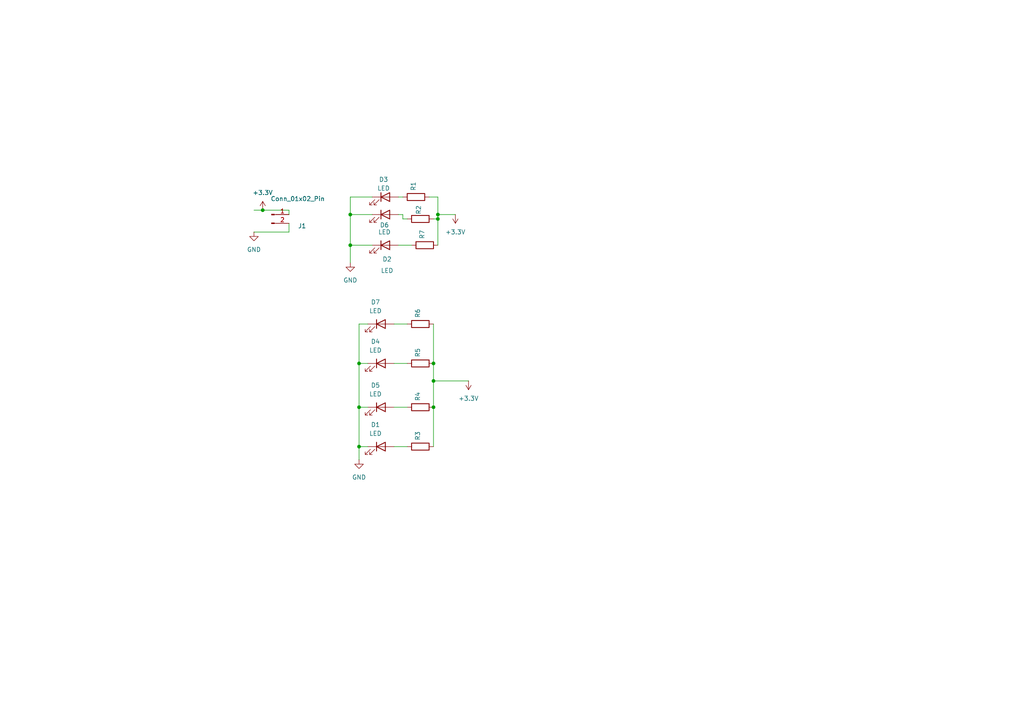
<source format=kicad_sch>
(kicad_sch
	(version 20250114)
	(generator "eeschema")
	(generator_version "9.0")
	(uuid "4087455a-2197-4301-9179-82e586d89a6b")
	(paper "A4")
	(lib_symbols
		(symbol "Connector:Conn_01x02_Pin"
			(pin_names
				(offset 1.016)
				(hide yes)
			)
			(exclude_from_sim no)
			(in_bom yes)
			(on_board yes)
			(property "Reference" "J"
				(at 0 2.54 0)
				(effects
					(font
						(size 1.27 1.27)
					)
				)
			)
			(property "Value" "Conn_01x02_Pin"
				(at 0 -5.08 0)
				(effects
					(font
						(size 1.27 1.27)
					)
				)
			)
			(property "Footprint" ""
				(at 0 0 0)
				(effects
					(font
						(size 1.27 1.27)
					)
					(hide yes)
				)
			)
			(property "Datasheet" "~"
				(at 0 0 0)
				(effects
					(font
						(size 1.27 1.27)
					)
					(hide yes)
				)
			)
			(property "Description" "Generic connector, single row, 01x02, script generated"
				(at 0 0 0)
				(effects
					(font
						(size 1.27 1.27)
					)
					(hide yes)
				)
			)
			(property "ki_locked" ""
				(at 0 0 0)
				(effects
					(font
						(size 1.27 1.27)
					)
				)
			)
			(property "ki_keywords" "connector"
				(at 0 0 0)
				(effects
					(font
						(size 1.27 1.27)
					)
					(hide yes)
				)
			)
			(property "ki_fp_filters" "Connector*:*_1x??_*"
				(at 0 0 0)
				(effects
					(font
						(size 1.27 1.27)
					)
					(hide yes)
				)
			)
			(symbol "Conn_01x02_Pin_1_1"
				(rectangle
					(start 0.8636 0.127)
					(end 0 -0.127)
					(stroke
						(width 0.1524)
						(type default)
					)
					(fill
						(type outline)
					)
				)
				(rectangle
					(start 0.8636 -2.413)
					(end 0 -2.667)
					(stroke
						(width 0.1524)
						(type default)
					)
					(fill
						(type outline)
					)
				)
				(polyline
					(pts
						(xy 1.27 0) (xy 0.8636 0)
					)
					(stroke
						(width 0.1524)
						(type default)
					)
					(fill
						(type none)
					)
				)
				(polyline
					(pts
						(xy 1.27 -2.54) (xy 0.8636 -2.54)
					)
					(stroke
						(width 0.1524)
						(type default)
					)
					(fill
						(type none)
					)
				)
				(pin passive line
					(at 5.08 0 180)
					(length 3.81)
					(name "Pin_1"
						(effects
							(font
								(size 1.27 1.27)
							)
						)
					)
					(number "1"
						(effects
							(font
								(size 1.27 1.27)
							)
						)
					)
				)
				(pin passive line
					(at 5.08 -2.54 180)
					(length 3.81)
					(name "Pin_2"
						(effects
							(font
								(size 1.27 1.27)
							)
						)
					)
					(number "2"
						(effects
							(font
								(size 1.27 1.27)
							)
						)
					)
				)
			)
			(embedded_fonts no)
		)
		(symbol "Device:LED"
			(pin_numbers
				(hide yes)
			)
			(pin_names
				(offset 1.016)
				(hide yes)
			)
			(exclude_from_sim no)
			(in_bom yes)
			(on_board yes)
			(property "Reference" "D"
				(at 0 2.54 0)
				(effects
					(font
						(size 1.27 1.27)
					)
				)
			)
			(property "Value" "LED"
				(at 0 -2.54 0)
				(effects
					(font
						(size 1.27 1.27)
					)
				)
			)
			(property "Footprint" ""
				(at 0 0 0)
				(effects
					(font
						(size 1.27 1.27)
					)
					(hide yes)
				)
			)
			(property "Datasheet" "~"
				(at 0 0 0)
				(effects
					(font
						(size 1.27 1.27)
					)
					(hide yes)
				)
			)
			(property "Description" "Light emitting diode"
				(at 0 0 0)
				(effects
					(font
						(size 1.27 1.27)
					)
					(hide yes)
				)
			)
			(property "Sim.Pins" "1=K 2=A"
				(at 0 0 0)
				(effects
					(font
						(size 1.27 1.27)
					)
					(hide yes)
				)
			)
			(property "ki_keywords" "LED diode"
				(at 0 0 0)
				(effects
					(font
						(size 1.27 1.27)
					)
					(hide yes)
				)
			)
			(property "ki_fp_filters" "LED* LED_SMD:* LED_THT:*"
				(at 0 0 0)
				(effects
					(font
						(size 1.27 1.27)
					)
					(hide yes)
				)
			)
			(symbol "LED_0_1"
				(polyline
					(pts
						(xy -3.048 -0.762) (xy -4.572 -2.286) (xy -3.81 -2.286) (xy -4.572 -2.286) (xy -4.572 -1.524)
					)
					(stroke
						(width 0)
						(type default)
					)
					(fill
						(type none)
					)
				)
				(polyline
					(pts
						(xy -1.778 -0.762) (xy -3.302 -2.286) (xy -2.54 -2.286) (xy -3.302 -2.286) (xy -3.302 -1.524)
					)
					(stroke
						(width 0)
						(type default)
					)
					(fill
						(type none)
					)
				)
				(polyline
					(pts
						(xy -1.27 0) (xy 1.27 0)
					)
					(stroke
						(width 0)
						(type default)
					)
					(fill
						(type none)
					)
				)
				(polyline
					(pts
						(xy -1.27 -1.27) (xy -1.27 1.27)
					)
					(stroke
						(width 0.254)
						(type default)
					)
					(fill
						(type none)
					)
				)
				(polyline
					(pts
						(xy 1.27 -1.27) (xy 1.27 1.27) (xy -1.27 0) (xy 1.27 -1.27)
					)
					(stroke
						(width 0.254)
						(type default)
					)
					(fill
						(type none)
					)
				)
			)
			(symbol "LED_1_1"
				(pin passive line
					(at -3.81 0 0)
					(length 2.54)
					(name "K"
						(effects
							(font
								(size 1.27 1.27)
							)
						)
					)
					(number "1"
						(effects
							(font
								(size 1.27 1.27)
							)
						)
					)
				)
				(pin passive line
					(at 3.81 0 180)
					(length 2.54)
					(name "A"
						(effects
							(font
								(size 1.27 1.27)
							)
						)
					)
					(number "2"
						(effects
							(font
								(size 1.27 1.27)
							)
						)
					)
				)
			)
			(embedded_fonts no)
		)
		(symbol "Device:R"
			(pin_numbers
				(hide yes)
			)
			(pin_names
				(offset 0)
			)
			(exclude_from_sim no)
			(in_bom yes)
			(on_board yes)
			(property "Reference" "R"
				(at 2.032 0 90)
				(effects
					(font
						(size 1.27 1.27)
					)
				)
			)
			(property "Value" "R"
				(at 0 0 90)
				(effects
					(font
						(size 1.27 1.27)
					)
				)
			)
			(property "Footprint" ""
				(at -1.778 0 90)
				(effects
					(font
						(size 1.27 1.27)
					)
					(hide yes)
				)
			)
			(property "Datasheet" "~"
				(at 0 0 0)
				(effects
					(font
						(size 1.27 1.27)
					)
					(hide yes)
				)
			)
			(property "Description" "Resistor"
				(at 0 0 0)
				(effects
					(font
						(size 1.27 1.27)
					)
					(hide yes)
				)
			)
			(property "ki_keywords" "R res resistor"
				(at 0 0 0)
				(effects
					(font
						(size 1.27 1.27)
					)
					(hide yes)
				)
			)
			(property "ki_fp_filters" "R_*"
				(at 0 0 0)
				(effects
					(font
						(size 1.27 1.27)
					)
					(hide yes)
				)
			)
			(symbol "R_0_1"
				(rectangle
					(start -1.016 -2.54)
					(end 1.016 2.54)
					(stroke
						(width 0.254)
						(type default)
					)
					(fill
						(type none)
					)
				)
			)
			(symbol "R_1_1"
				(pin passive line
					(at 0 3.81 270)
					(length 1.27)
					(name "~"
						(effects
							(font
								(size 1.27 1.27)
							)
						)
					)
					(number "1"
						(effects
							(font
								(size 1.27 1.27)
							)
						)
					)
				)
				(pin passive line
					(at 0 -3.81 90)
					(length 1.27)
					(name "~"
						(effects
							(font
								(size 1.27 1.27)
							)
						)
					)
					(number "2"
						(effects
							(font
								(size 1.27 1.27)
							)
						)
					)
				)
			)
			(embedded_fonts no)
		)
		(symbol "power:+3.3V"
			(power)
			(pin_numbers
				(hide yes)
			)
			(pin_names
				(offset 0)
				(hide yes)
			)
			(exclude_from_sim no)
			(in_bom yes)
			(on_board yes)
			(property "Reference" "#PWR"
				(at 0 -3.81 0)
				(effects
					(font
						(size 1.27 1.27)
					)
					(hide yes)
				)
			)
			(property "Value" "+3.3V"
				(at 0 3.556 0)
				(effects
					(font
						(size 1.27 1.27)
					)
				)
			)
			(property "Footprint" ""
				(at 0 0 0)
				(effects
					(font
						(size 1.27 1.27)
					)
					(hide yes)
				)
			)
			(property "Datasheet" ""
				(at 0 0 0)
				(effects
					(font
						(size 1.27 1.27)
					)
					(hide yes)
				)
			)
			(property "Description" "Power symbol creates a global label with name \"+3.3V\""
				(at 0 0 0)
				(effects
					(font
						(size 1.27 1.27)
					)
					(hide yes)
				)
			)
			(property "ki_keywords" "global power"
				(at 0 0 0)
				(effects
					(font
						(size 1.27 1.27)
					)
					(hide yes)
				)
			)
			(symbol "+3.3V_0_1"
				(polyline
					(pts
						(xy -0.762 1.27) (xy 0 2.54)
					)
					(stroke
						(width 0)
						(type default)
					)
					(fill
						(type none)
					)
				)
				(polyline
					(pts
						(xy 0 2.54) (xy 0.762 1.27)
					)
					(stroke
						(width 0)
						(type default)
					)
					(fill
						(type none)
					)
				)
				(polyline
					(pts
						(xy 0 0) (xy 0 2.54)
					)
					(stroke
						(width 0)
						(type default)
					)
					(fill
						(type none)
					)
				)
			)
			(symbol "+3.3V_1_1"
				(pin power_in line
					(at 0 0 90)
					(length 0)
					(name "~"
						(effects
							(font
								(size 1.27 1.27)
							)
						)
					)
					(number "1"
						(effects
							(font
								(size 1.27 1.27)
							)
						)
					)
				)
			)
			(embedded_fonts no)
		)
		(symbol "power:GND"
			(power)
			(pin_numbers
				(hide yes)
			)
			(pin_names
				(offset 0)
				(hide yes)
			)
			(exclude_from_sim no)
			(in_bom yes)
			(on_board yes)
			(property "Reference" "#PWR"
				(at 0 -6.35 0)
				(effects
					(font
						(size 1.27 1.27)
					)
					(hide yes)
				)
			)
			(property "Value" "GND"
				(at 0 -3.81 0)
				(effects
					(font
						(size 1.27 1.27)
					)
				)
			)
			(property "Footprint" ""
				(at 0 0 0)
				(effects
					(font
						(size 1.27 1.27)
					)
					(hide yes)
				)
			)
			(property "Datasheet" ""
				(at 0 0 0)
				(effects
					(font
						(size 1.27 1.27)
					)
					(hide yes)
				)
			)
			(property "Description" "Power symbol creates a global label with name \"GND\" , ground"
				(at 0 0 0)
				(effects
					(font
						(size 1.27 1.27)
					)
					(hide yes)
				)
			)
			(property "ki_keywords" "global power"
				(at 0 0 0)
				(effects
					(font
						(size 1.27 1.27)
					)
					(hide yes)
				)
			)
			(symbol "GND_0_1"
				(polyline
					(pts
						(xy 0 0) (xy 0 -1.27) (xy 1.27 -1.27) (xy 0 -2.54) (xy -1.27 -1.27) (xy 0 -1.27)
					)
					(stroke
						(width 0)
						(type default)
					)
					(fill
						(type none)
					)
				)
			)
			(symbol "GND_1_1"
				(pin power_in line
					(at 0 0 270)
					(length 0)
					(name "~"
						(effects
							(font
								(size 1.27 1.27)
							)
						)
					)
					(number "1"
						(effects
							(font
								(size 1.27 1.27)
							)
						)
					)
				)
			)
			(embedded_fonts no)
		)
	)
	(junction
		(at 101.6 71.12)
		(diameter 0)
		(color 0 0 0 0)
		(uuid "023e5a0f-f0d7-4c71-a67c-44f99f057f67")
	)
	(junction
		(at 125.73 105.41)
		(diameter 0)
		(color 0 0 0 0)
		(uuid "362c354e-8ae5-4099-82ef-b2d151fa1f91")
	)
	(junction
		(at 101.6 62.23)
		(diameter 0)
		(color 0 0 0 0)
		(uuid "56692ff0-506d-4681-aba5-f8eef630f2f4")
	)
	(junction
		(at 125.73 118.11)
		(diameter 0)
		(color 0 0 0 0)
		(uuid "5ddf7589-a439-4950-ac56-6411ee73bba4")
	)
	(junction
		(at 127 62.23)
		(diameter 0)
		(color 0 0 0 0)
		(uuid "81a40921-e8d9-4a36-bd8c-15e3d3b1b89a")
	)
	(junction
		(at 104.14 105.41)
		(diameter 0)
		(color 0 0 0 0)
		(uuid "9b79e672-9527-4ebb-ac4a-b9a4e2c4ceb8")
	)
	(junction
		(at 76.2 60.96)
		(diameter 0)
		(color 0 0 0 0)
		(uuid "a93c3907-75b5-40b1-aa81-70c6ce1d1673")
	)
	(junction
		(at 125.73 110.49)
		(diameter 0)
		(color 0 0 0 0)
		(uuid "b6a2f9a9-b8ea-42b6-9087-e3dc57dec853")
	)
	(junction
		(at 104.14 129.54)
		(diameter 0)
		(color 0 0 0 0)
		(uuid "c9070a68-1a2b-4497-88f6-44c3ba9bc072")
	)
	(junction
		(at 104.14 118.11)
		(diameter 0)
		(color 0 0 0 0)
		(uuid "e4ffd215-6190-4c92-83c0-3e70586cbaa8")
	)
	(junction
		(at 127 63.5)
		(diameter 0)
		(color 0 0 0 0)
		(uuid "f70dc99f-e1b3-4748-b196-ab4408670613")
	)
	(wire
		(pts
			(xy 107.95 57.15) (xy 101.6 57.15)
		)
		(stroke
			(width 0)
			(type default)
		)
		(uuid "04aad19f-7a0e-4ffe-be03-240fe6aca118")
	)
	(wire
		(pts
			(xy 127 57.15) (xy 127 62.23)
		)
		(stroke
			(width 0)
			(type default)
		)
		(uuid "1e4c52a0-622f-4193-954e-81d207205c10")
	)
	(wire
		(pts
			(xy 125.73 110.49) (xy 135.89 110.49)
		)
		(stroke
			(width 0)
			(type default)
		)
		(uuid "2029f461-263e-476b-b368-7c09430f3808")
	)
	(wire
		(pts
			(xy 101.6 57.15) (xy 101.6 62.23)
		)
		(stroke
			(width 0)
			(type default)
		)
		(uuid "2036ba84-3acd-4c46-bd2a-d3ff623b0799")
	)
	(wire
		(pts
			(xy 124.46 57.15) (xy 127 57.15)
		)
		(stroke
			(width 0)
			(type default)
		)
		(uuid "23023f17-b025-4ec9-a801-1e351b14ce02")
	)
	(wire
		(pts
			(xy 83.82 60.96) (xy 83.82 62.23)
		)
		(stroke
			(width 0)
			(type default)
		)
		(uuid "2e5c3d3a-efa6-4245-89d3-25e317f787e4")
	)
	(wire
		(pts
			(xy 125.73 118.11) (xy 125.73 129.54)
		)
		(stroke
			(width 0)
			(type default)
		)
		(uuid "31e31da2-c6aa-41f9-bf57-82ce140f1ea0")
	)
	(wire
		(pts
			(xy 104.14 93.98) (xy 104.14 105.41)
		)
		(stroke
			(width 0)
			(type default)
		)
		(uuid "342eb089-cfab-477c-9914-12ad3d6f740f")
	)
	(wire
		(pts
			(xy 125.73 110.49) (xy 125.73 118.11)
		)
		(stroke
			(width 0)
			(type default)
		)
		(uuid "36eccc36-4bcd-4ec6-ad0d-71a3f83d80cc")
	)
	(wire
		(pts
			(xy 83.82 64.77) (xy 83.82 67.31)
		)
		(stroke
			(width 0)
			(type default)
		)
		(uuid "3e5ad868-1e68-4c52-a845-b38e427bec13")
	)
	(wire
		(pts
			(xy 101.6 71.12) (xy 107.95 71.12)
		)
		(stroke
			(width 0)
			(type default)
		)
		(uuid "41ec06f7-bce8-4f14-b709-64bb527df32f")
	)
	(wire
		(pts
			(xy 104.14 105.41) (xy 104.14 118.11)
		)
		(stroke
			(width 0)
			(type default)
		)
		(uuid "4c15264f-e17b-40d4-9a15-73966a580cbc")
	)
	(wire
		(pts
			(xy 104.14 118.11) (xy 104.14 129.54)
		)
		(stroke
			(width 0)
			(type default)
		)
		(uuid "523fb632-a497-430d-ae6e-5c177b7096fd")
	)
	(wire
		(pts
			(xy 127 62.23) (xy 132.08 62.23)
		)
		(stroke
			(width 0)
			(type default)
		)
		(uuid "654a05d8-1b90-4923-bda4-1b33c9eedbc2")
	)
	(wire
		(pts
			(xy 127 62.23) (xy 127 63.5)
		)
		(stroke
			(width 0)
			(type default)
		)
		(uuid "736536e1-772d-4980-b318-a0d9d2261006")
	)
	(wire
		(pts
			(xy 116.84 62.23) (xy 115.57 62.23)
		)
		(stroke
			(width 0)
			(type default)
		)
		(uuid "7d9f47d1-66c6-4665-9e29-db802a1b85a5")
	)
	(wire
		(pts
			(xy 127 63.5) (xy 127 71.12)
		)
		(stroke
			(width 0)
			(type default)
		)
		(uuid "88cf5d6c-ab1a-4332-8c13-1e2a0fde9063")
	)
	(wire
		(pts
			(xy 104.14 129.54) (xy 104.14 133.35)
		)
		(stroke
			(width 0)
			(type default)
		)
		(uuid "91a7be2b-b206-4790-9cee-1b3cf4df85d2")
	)
	(wire
		(pts
			(xy 114.3 129.54) (xy 118.11 129.54)
		)
		(stroke
			(width 0)
			(type default)
		)
		(uuid "92c1d73f-275c-446f-ae63-91f4c11275de")
	)
	(wire
		(pts
			(xy 104.14 105.41) (xy 106.68 105.41)
		)
		(stroke
			(width 0)
			(type default)
		)
		(uuid "9604e1d1-8c82-4865-b2d8-ecfb98a3e97a")
	)
	(wire
		(pts
			(xy 116.84 63.5) (xy 116.84 62.23)
		)
		(stroke
			(width 0)
			(type default)
		)
		(uuid "9f0e3b4a-9015-4191-a104-83501de3aaef")
	)
	(wire
		(pts
			(xy 114.3 93.98) (xy 118.11 93.98)
		)
		(stroke
			(width 0)
			(type default)
		)
		(uuid "a614300f-ff3c-45d8-b64e-f4ba834f3830")
	)
	(wire
		(pts
			(xy 76.2 60.96) (xy 83.82 60.96)
		)
		(stroke
			(width 0)
			(type default)
		)
		(uuid "a72fd252-3297-4f56-a80e-b5766f53ee34")
	)
	(wire
		(pts
			(xy 101.6 71.12) (xy 101.6 76.2)
		)
		(stroke
			(width 0)
			(type default)
		)
		(uuid "ad651862-61fa-4484-a3b1-e508c8666684")
	)
	(wire
		(pts
			(xy 101.6 62.23) (xy 101.6 71.12)
		)
		(stroke
			(width 0)
			(type default)
		)
		(uuid "ae7d938e-77b8-4f08-b02c-1999942af7bf")
	)
	(wire
		(pts
			(xy 125.73 63.5) (xy 127 63.5)
		)
		(stroke
			(width 0)
			(type default)
		)
		(uuid "b0558f92-4fef-40a7-b89d-44acf7336b0e")
	)
	(wire
		(pts
			(xy 104.14 129.54) (xy 106.68 129.54)
		)
		(stroke
			(width 0)
			(type default)
		)
		(uuid "c3b5d32e-257f-4320-bf2b-ce1ea00c98ce")
	)
	(wire
		(pts
			(xy 115.57 71.12) (xy 119.38 71.12)
		)
		(stroke
			(width 0)
			(type default)
		)
		(uuid "cc055888-2bba-4863-9d80-e957af5a6734")
	)
	(wire
		(pts
			(xy 106.68 93.98) (xy 104.14 93.98)
		)
		(stroke
			(width 0)
			(type default)
		)
		(uuid "ce08e022-ec09-44cd-b457-cdc02a297096")
	)
	(wire
		(pts
			(xy 115.57 57.15) (xy 116.84 57.15)
		)
		(stroke
			(width 0)
			(type default)
		)
		(uuid "d20a362a-9fee-4217-b95f-b59f3e182497")
	)
	(wire
		(pts
			(xy 101.6 62.23) (xy 107.95 62.23)
		)
		(stroke
			(width 0)
			(type default)
		)
		(uuid "d2224341-98a1-41a4-879b-d7f0fd2df9d8")
	)
	(wire
		(pts
			(xy 125.73 93.98) (xy 125.73 105.41)
		)
		(stroke
			(width 0)
			(type default)
		)
		(uuid "d8945dce-95cf-4d51-b492-65e3ad4cc506")
	)
	(wire
		(pts
			(xy 73.66 67.31) (xy 83.82 67.31)
		)
		(stroke
			(width 0)
			(type default)
		)
		(uuid "e3e6909d-f5fc-4330-a207-a61fe1132ca9")
	)
	(wire
		(pts
			(xy 114.3 105.41) (xy 118.11 105.41)
		)
		(stroke
			(width 0)
			(type default)
		)
		(uuid "e693684a-dc7f-4350-8b79-ad9067d5e827")
	)
	(wire
		(pts
			(xy 114.3 118.11) (xy 118.11 118.11)
		)
		(stroke
			(width 0)
			(type default)
		)
		(uuid "e7ad623d-3c7e-4761-9e4b-3f084570f389")
	)
	(wire
		(pts
			(xy 104.14 118.11) (xy 106.68 118.11)
		)
		(stroke
			(width 0)
			(type default)
		)
		(uuid "ebec2ab4-0d76-4942-ac8a-8dc45238fe26")
	)
	(wire
		(pts
			(xy 116.84 63.5) (xy 118.11 63.5)
		)
		(stroke
			(width 0)
			(type default)
		)
		(uuid "f026e25f-96d3-445c-b6c2-349917adb196")
	)
	(wire
		(pts
			(xy 125.73 105.41) (xy 125.73 110.49)
		)
		(stroke
			(width 0)
			(type default)
		)
		(uuid "f9674047-bdf4-4b62-843b-4175f09a240b")
	)
	(wire
		(pts
			(xy 73.66 60.96) (xy 76.2 60.96)
		)
		(stroke
			(width 0)
			(type default)
		)
		(uuid "ff7778b0-cf56-4eae-9749-b03324382b1c")
	)
	(symbol
		(lib_id "Device:R")
		(at 121.92 63.5 90)
		(unit 1)
		(exclude_from_sim no)
		(in_bom yes)
		(on_board yes)
		(dnp no)
		(uuid "0dcebdff-573f-446a-a102-e35f884b067b")
		(property "Reference" "R2"
			(at 121.412 62.23 0)
			(effects
				(font
					(size 1.27 1.27)
				)
				(justify left)
			)
		)
		(property "Value" "R"
			(at 123.1899 60.96 0)
			(effects
				(font
					(size 1.27 1.27)
				)
				(justify left)
				(hide yes)
			)
		)
		(property "Footprint" "Resistor_SMD:R_0603_1608Metric"
			(at 121.92 65.278 90)
			(effects
				(font
					(size 1.27 1.27)
				)
				(hide yes)
			)
		)
		(property "Datasheet" "~"
			(at 121.92 63.5 0)
			(effects
				(font
					(size 1.27 1.27)
				)
				(hide yes)
			)
		)
		(property "Description" "Resistor"
			(at 121.92 63.5 0)
			(effects
				(font
					(size 1.27 1.27)
				)
				(hide yes)
			)
		)
		(pin "2"
			(uuid "ab27eb0c-1128-4d83-ae36-798599667546")
		)
		(pin "1"
			(uuid "2097df7a-e952-46d9-8179-130dd2bbdc76")
		)
		(instances
			(project "torch_light_portion"
				(path "/4087455a-2197-4301-9179-82e586d89a6b"
					(reference "R2")
					(unit 1)
				)
			)
		)
	)
	(symbol
		(lib_id "Device:LED")
		(at 110.49 93.98 0)
		(unit 1)
		(exclude_from_sim no)
		(in_bom yes)
		(on_board yes)
		(dnp no)
		(fields_autoplaced yes)
		(uuid "10b87238-9a76-4a3f-b340-d78b3bc3f12d")
		(property "Reference" "D7"
			(at 108.9025 87.63 0)
			(effects
				(font
					(size 1.27 1.27)
				)
			)
		)
		(property "Value" "LED"
			(at 108.9025 90.17 0)
			(effects
				(font
					(size 1.27 1.27)
				)
			)
		)
		(property "Footprint" "LED_SMD:LED_Everlight-SMD3528_3.5x2.8mm_67-21ST"
			(at 110.49 93.98 0)
			(effects
				(font
					(size 1.27 1.27)
				)
				(hide yes)
			)
		)
		(property "Datasheet" "~"
			(at 110.49 93.98 0)
			(effects
				(font
					(size 1.27 1.27)
				)
				(hide yes)
			)
		)
		(property "Description" "Light emitting diode"
			(at 110.49 93.98 0)
			(effects
				(font
					(size 1.27 1.27)
				)
				(hide yes)
			)
		)
		(property "Sim.Pins" "1=K 2=A"
			(at 110.49 93.98 0)
			(effects
				(font
					(size 1.27 1.27)
				)
				(hide yes)
			)
		)
		(pin "1"
			(uuid "c3588801-35da-4bce-b9fb-62b334ded43d")
		)
		(pin "2"
			(uuid "e9a74aa2-9231-490f-bca6-3e330d427788")
		)
		(instances
			(project ""
				(path "/4087455a-2197-4301-9179-82e586d89a6b"
					(reference "D7")
					(unit 1)
				)
			)
		)
	)
	(symbol
		(lib_id "Device:R")
		(at 123.19 71.12 90)
		(unit 1)
		(exclude_from_sim no)
		(in_bom yes)
		(on_board yes)
		(dnp no)
		(uuid "17297109-7184-4dc5-8067-edc861523099")
		(property "Reference" "R7"
			(at 122.428 69.342 0)
			(effects
				(font
					(size 1.27 1.27)
				)
				(justify left)
			)
		)
		(property "Value" "R"
			(at 124.4599 68.58 0)
			(effects
				(font
					(size 1.27 1.27)
				)
				(justify left)
				(hide yes)
			)
		)
		(property "Footprint" "Resistor_SMD:R_0603_1608Metric"
			(at 123.19 72.898 90)
			(effects
				(font
					(size 1.27 1.27)
				)
				(hide yes)
			)
		)
		(property "Datasheet" "~"
			(at 123.19 71.12 0)
			(effects
				(font
					(size 1.27 1.27)
				)
				(hide yes)
			)
		)
		(property "Description" "Resistor"
			(at 123.19 71.12 0)
			(effects
				(font
					(size 1.27 1.27)
				)
				(hide yes)
			)
		)
		(pin "2"
			(uuid "85da5d2f-cee7-4d79-a57e-d2d6cca0323e")
		)
		(pin "1"
			(uuid "d972f991-92d4-476e-aace-b0d27d19ea40")
		)
		(instances
			(project "torch_light_portion"
				(path "/4087455a-2197-4301-9179-82e586d89a6b"
					(reference "R7")
					(unit 1)
				)
			)
		)
	)
	(symbol
		(lib_id "power:+3.3V")
		(at 135.89 110.49 180)
		(unit 1)
		(exclude_from_sim no)
		(in_bom yes)
		(on_board yes)
		(dnp no)
		(fields_autoplaced yes)
		(uuid "1dba4012-4376-408e-bf2a-90916e1f2106")
		(property "Reference" "#PWR05"
			(at 135.89 106.68 0)
			(effects
				(font
					(size 1.27 1.27)
				)
				(hide yes)
			)
		)
		(property "Value" "+3.3V"
			(at 135.89 115.57 0)
			(effects
				(font
					(size 1.27 1.27)
				)
			)
		)
		(property "Footprint" ""
			(at 135.89 110.49 0)
			(effects
				(font
					(size 1.27 1.27)
				)
				(hide yes)
			)
		)
		(property "Datasheet" ""
			(at 135.89 110.49 0)
			(effects
				(font
					(size 1.27 1.27)
				)
				(hide yes)
			)
		)
		(property "Description" "Power symbol creates a global label with name \"+3.3V\""
			(at 135.89 110.49 0)
			(effects
				(font
					(size 1.27 1.27)
				)
				(hide yes)
			)
		)
		(pin "1"
			(uuid "eecbcb68-1bc0-4983-b122-3e9d7b752728")
		)
		(instances
			(project "torch_light_portion"
				(path "/4087455a-2197-4301-9179-82e586d89a6b"
					(reference "#PWR05")
					(unit 1)
				)
			)
		)
	)
	(symbol
		(lib_id "power:+3.3V")
		(at 76.2 60.96 0)
		(unit 1)
		(exclude_from_sim no)
		(in_bom yes)
		(on_board yes)
		(dnp no)
		(fields_autoplaced yes)
		(uuid "226e94c5-f12d-4eee-a80c-6fb46921be11")
		(property "Reference" "#PWR01"
			(at 76.2 64.77 0)
			(effects
				(font
					(size 1.27 1.27)
				)
				(hide yes)
			)
		)
		(property "Value" "+3.3V"
			(at 76.2 55.88 0)
			(effects
				(font
					(size 1.27 1.27)
				)
			)
		)
		(property "Footprint" ""
			(at 76.2 60.96 0)
			(effects
				(font
					(size 1.27 1.27)
				)
				(hide yes)
			)
		)
		(property "Datasheet" ""
			(at 76.2 60.96 0)
			(effects
				(font
					(size 1.27 1.27)
				)
				(hide yes)
			)
		)
		(property "Description" "Power symbol creates a global label with name \"+3.3V\""
			(at 76.2 60.96 0)
			(effects
				(font
					(size 1.27 1.27)
				)
				(hide yes)
			)
		)
		(pin "1"
			(uuid "98c01710-cdf7-477b-850c-9a983479958b")
		)
		(instances
			(project ""
				(path "/4087455a-2197-4301-9179-82e586d89a6b"
					(reference "#PWR01")
					(unit 1)
				)
			)
		)
	)
	(symbol
		(lib_id "power:GND")
		(at 104.14 133.35 0)
		(unit 1)
		(exclude_from_sim no)
		(in_bom yes)
		(on_board yes)
		(dnp no)
		(fields_autoplaced yes)
		(uuid "3bd7c823-e190-488c-8545-7e642fdafd8d")
		(property "Reference" "#PWR06"
			(at 104.14 139.7 0)
			(effects
				(font
					(size 1.27 1.27)
				)
				(hide yes)
			)
		)
		(property "Value" "GND"
			(at 104.14 138.43 0)
			(effects
				(font
					(size 1.27 1.27)
				)
			)
		)
		(property "Footprint" ""
			(at 104.14 133.35 0)
			(effects
				(font
					(size 1.27 1.27)
				)
				(hide yes)
			)
		)
		(property "Datasheet" ""
			(at 104.14 133.35 0)
			(effects
				(font
					(size 1.27 1.27)
				)
				(hide yes)
			)
		)
		(property "Description" "Power symbol creates a global label with name \"GND\" , ground"
			(at 104.14 133.35 0)
			(effects
				(font
					(size 1.27 1.27)
				)
				(hide yes)
			)
		)
		(pin "1"
			(uuid "453eba1c-1bca-4fb1-8783-b8c0cce3b685")
		)
		(instances
			(project "torch_light_portion"
				(path "/4087455a-2197-4301-9179-82e586d89a6b"
					(reference "#PWR06")
					(unit 1)
				)
			)
		)
	)
	(symbol
		(lib_id "power:GND")
		(at 73.66 67.31 0)
		(unit 1)
		(exclude_from_sim no)
		(in_bom yes)
		(on_board yes)
		(dnp no)
		(fields_autoplaced yes)
		(uuid "3fcaf8fa-1f03-4f40-9ae5-05a8d0b1053d")
		(property "Reference" "#PWR02"
			(at 73.66 73.66 0)
			(effects
				(font
					(size 1.27 1.27)
				)
				(hide yes)
			)
		)
		(property "Value" "GND"
			(at 73.66 72.39 0)
			(effects
				(font
					(size 1.27 1.27)
				)
			)
		)
		(property "Footprint" ""
			(at 73.66 67.31 0)
			(effects
				(font
					(size 1.27 1.27)
				)
				(hide yes)
			)
		)
		(property "Datasheet" ""
			(at 73.66 67.31 0)
			(effects
				(font
					(size 1.27 1.27)
				)
				(hide yes)
			)
		)
		(property "Description" "Power symbol creates a global label with name \"GND\" , ground"
			(at 73.66 67.31 0)
			(effects
				(font
					(size 1.27 1.27)
				)
				(hide yes)
			)
		)
		(pin "1"
			(uuid "cfa6f41c-2995-4d93-85de-b13d452fa05c")
		)
		(instances
			(project ""
				(path "/4087455a-2197-4301-9179-82e586d89a6b"
					(reference "#PWR02")
					(unit 1)
				)
			)
		)
	)
	(symbol
		(lib_id "Device:R")
		(at 120.65 57.15 90)
		(unit 1)
		(exclude_from_sim no)
		(in_bom yes)
		(on_board yes)
		(dnp no)
		(uuid "43776a32-7f96-4cb4-b1af-b6b2a299a610")
		(property "Reference" "R1"
			(at 119.888 55.372 0)
			(effects
				(font
					(size 1.27 1.27)
				)
				(justify left)
			)
		)
		(property "Value" "R"
			(at 121.9199 54.61 0)
			(effects
				(font
					(size 1.27 1.27)
				)
				(justify left)
				(hide yes)
			)
		)
		(property "Footprint" "Resistor_SMD:R_0603_1608Metric"
			(at 120.65 58.928 90)
			(effects
				(font
					(size 1.27 1.27)
				)
				(hide yes)
			)
		)
		(property "Datasheet" "~"
			(at 120.65 57.15 0)
			(effects
				(font
					(size 1.27 1.27)
				)
				(hide yes)
			)
		)
		(property "Description" "Resistor"
			(at 120.65 57.15 0)
			(effects
				(font
					(size 1.27 1.27)
				)
				(hide yes)
			)
		)
		(pin "2"
			(uuid "41e55089-41c2-40b7-94bf-4e7995bf8f21")
		)
		(pin "1"
			(uuid "2fd50d3b-e3de-430c-a16f-b2443167f609")
		)
		(instances
			(project "torch_light_portion"
				(path "/4087455a-2197-4301-9179-82e586d89a6b"
					(reference "R1")
					(unit 1)
				)
			)
		)
	)
	(symbol
		(lib_id "Device:LED")
		(at 110.49 118.11 0)
		(unit 1)
		(exclude_from_sim no)
		(in_bom yes)
		(on_board yes)
		(dnp no)
		(fields_autoplaced yes)
		(uuid "54e13bb2-839b-47db-a297-98ad57f07490")
		(property "Reference" "D5"
			(at 108.9025 111.76 0)
			(effects
				(font
					(size 1.27 1.27)
				)
			)
		)
		(property "Value" "LED"
			(at 108.9025 114.3 0)
			(effects
				(font
					(size 1.27 1.27)
				)
			)
		)
		(property "Footprint" "LED_SMD:LED_Everlight-SMD3528_3.5x2.8mm_67-21ST"
			(at 110.49 118.11 0)
			(effects
				(font
					(size 1.27 1.27)
				)
				(hide yes)
			)
		)
		(property "Datasheet" "~"
			(at 110.49 118.11 0)
			(effects
				(font
					(size 1.27 1.27)
				)
				(hide yes)
			)
		)
		(property "Description" "Light emitting diode"
			(at 110.49 118.11 0)
			(effects
				(font
					(size 1.27 1.27)
				)
				(hide yes)
			)
		)
		(property "Sim.Pins" "1=K 2=A"
			(at 110.49 118.11 0)
			(effects
				(font
					(size 1.27 1.27)
				)
				(hide yes)
			)
		)
		(pin "2"
			(uuid "14f563f9-0c05-49ed-8b15-23391ece82b7")
		)
		(pin "1"
			(uuid "a5426584-4f4d-49a2-9a3e-41c5df5e2930")
		)
		(instances
			(project ""
				(path "/4087455a-2197-4301-9179-82e586d89a6b"
					(reference "D5")
					(unit 1)
				)
			)
		)
	)
	(symbol
		(lib_id "Device:LED")
		(at 111.76 62.23 0)
		(unit 1)
		(exclude_from_sim no)
		(in_bom yes)
		(on_board yes)
		(dnp no)
		(uuid "60b750b6-f202-47dc-af79-3963c9a1cae1")
		(property "Reference" "D6"
			(at 111.506 65.278 0)
			(effects
				(font
					(size 1.27 1.27)
				)
			)
		)
		(property "Value" "LED"
			(at 111.506 67.31 0)
			(effects
				(font
					(size 1.27 1.27)
				)
			)
		)
		(property "Footprint" "LED_SMD:LED_Everlight-SMD3528_3.5x2.8mm_67-21ST"
			(at 111.76 62.23 0)
			(effects
				(font
					(size 1.27 1.27)
				)
				(hide yes)
			)
		)
		(property "Datasheet" "~"
			(at 111.76 62.23 0)
			(effects
				(font
					(size 1.27 1.27)
				)
				(hide yes)
			)
		)
		(property "Description" "Light emitting diode"
			(at 111.76 62.23 0)
			(effects
				(font
					(size 1.27 1.27)
				)
				(hide yes)
			)
		)
		(property "Sim.Pins" "1=K 2=A"
			(at 111.76 62.23 0)
			(effects
				(font
					(size 1.27 1.27)
				)
				(hide yes)
			)
		)
		(pin "1"
			(uuid "643e14d2-4c79-4826-ad68-94d8e299082f")
		)
		(pin "2"
			(uuid "6fdace87-0393-45f2-8d79-b51d95f26388")
		)
		(instances
			(project ""
				(path "/4087455a-2197-4301-9179-82e586d89a6b"
					(reference "D6")
					(unit 1)
				)
			)
		)
	)
	(symbol
		(lib_id "Device:LED")
		(at 110.49 105.41 0)
		(unit 1)
		(exclude_from_sim no)
		(in_bom yes)
		(on_board yes)
		(dnp no)
		(fields_autoplaced yes)
		(uuid "766d4276-9268-4500-8c93-99d0b4546f39")
		(property "Reference" "D4"
			(at 108.9025 99.06 0)
			(effects
				(font
					(size 1.27 1.27)
				)
			)
		)
		(property "Value" "LED"
			(at 108.9025 101.6 0)
			(effects
				(font
					(size 1.27 1.27)
				)
			)
		)
		(property "Footprint" "LED_SMD:LED_Everlight-SMD3528_3.5x2.8mm_67-21ST"
			(at 110.49 105.41 0)
			(effects
				(font
					(size 1.27 1.27)
				)
				(hide yes)
			)
		)
		(property "Datasheet" "~"
			(at 110.49 105.41 0)
			(effects
				(font
					(size 1.27 1.27)
				)
				(hide yes)
			)
		)
		(property "Description" "Light emitting diode"
			(at 110.49 105.41 0)
			(effects
				(font
					(size 1.27 1.27)
				)
				(hide yes)
			)
		)
		(property "Sim.Pins" "1=K 2=A"
			(at 110.49 105.41 0)
			(effects
				(font
					(size 1.27 1.27)
				)
				(hide yes)
			)
		)
		(pin "2"
			(uuid "b6efc600-6568-4f90-9152-598694058681")
		)
		(pin "1"
			(uuid "1926ea84-42f9-4369-ba83-51b62a4a3496")
		)
		(instances
			(project ""
				(path "/4087455a-2197-4301-9179-82e586d89a6b"
					(reference "D4")
					(unit 1)
				)
			)
		)
	)
	(symbol
		(lib_id "Device:LED")
		(at 111.76 57.15 0)
		(unit 1)
		(exclude_from_sim no)
		(in_bom yes)
		(on_board yes)
		(dnp no)
		(uuid "7c7cd5bb-33de-4107-8e33-7e44d5f98fd3")
		(property "Reference" "D3"
			(at 111.252 52.07 0)
			(effects
				(font
					(size 1.27 1.27)
				)
			)
		)
		(property "Value" "LED"
			(at 111.252 54.61 0)
			(effects
				(font
					(size 1.27 1.27)
				)
			)
		)
		(property "Footprint" "LED_SMD:LED_Everlight-SMD3528_3.5x2.8mm_67-21ST"
			(at 111.76 57.15 0)
			(effects
				(font
					(size 1.27 1.27)
				)
				(hide yes)
			)
		)
		(property "Datasheet" "~"
			(at 111.76 57.15 0)
			(effects
				(font
					(size 1.27 1.27)
				)
				(hide yes)
			)
		)
		(property "Description" "Light emitting diode"
			(at 111.76 57.15 0)
			(effects
				(font
					(size 1.27 1.27)
				)
				(hide yes)
			)
		)
		(property "Sim.Pins" "1=K 2=A"
			(at 111.76 57.15 0)
			(effects
				(font
					(size 1.27 1.27)
				)
				(hide yes)
			)
		)
		(pin "2"
			(uuid "0c57dd2a-56d1-4691-8bb4-0aed84b50698")
		)
		(pin "1"
			(uuid "60072b3d-8df4-4552-b3ff-5108e9b6a2f2")
		)
		(instances
			(project ""
				(path "/4087455a-2197-4301-9179-82e586d89a6b"
					(reference "D3")
					(unit 1)
				)
			)
		)
	)
	(symbol
		(lib_id "power:+3.3V")
		(at 132.08 62.23 180)
		(unit 1)
		(exclude_from_sim no)
		(in_bom yes)
		(on_board yes)
		(dnp no)
		(fields_autoplaced yes)
		(uuid "7e8924cf-e8e5-4283-9504-95055057420a")
		(property "Reference" "#PWR03"
			(at 132.08 58.42 0)
			(effects
				(font
					(size 1.27 1.27)
				)
				(hide yes)
			)
		)
		(property "Value" "+3.3V"
			(at 132.08 67.31 0)
			(effects
				(font
					(size 1.27 1.27)
				)
			)
		)
		(property "Footprint" ""
			(at 132.08 62.23 0)
			(effects
				(font
					(size 1.27 1.27)
				)
				(hide yes)
			)
		)
		(property "Datasheet" ""
			(at 132.08 62.23 0)
			(effects
				(font
					(size 1.27 1.27)
				)
				(hide yes)
			)
		)
		(property "Description" "Power symbol creates a global label with name \"+3.3V\""
			(at 132.08 62.23 0)
			(effects
				(font
					(size 1.27 1.27)
				)
				(hide yes)
			)
		)
		(pin "1"
			(uuid "3db84db5-5862-4493-9730-e7ebf1700c40")
		)
		(instances
			(project "torch_light_portion"
				(path "/4087455a-2197-4301-9179-82e586d89a6b"
					(reference "#PWR03")
					(unit 1)
				)
			)
		)
	)
	(symbol
		(lib_id "Connector:Conn_01x02_Pin")
		(at 78.74 62.23 0)
		(unit 1)
		(exclude_from_sim no)
		(in_bom yes)
		(on_board yes)
		(dnp no)
		(uuid "7ec79789-0039-405d-893f-7e6bd7458870")
		(property "Reference" "J1"
			(at 87.63 65.532 0)
			(effects
				(font
					(size 1.27 1.27)
				)
			)
		)
		(property "Value" "Conn_01x02_Pin"
			(at 86.36 57.658 0)
			(effects
				(font
					(size 1.27 1.27)
				)
			)
		)
		(property "Footprint" "Connector_TE-Connectivity:TE_440054-2_1x02_P2.00mm_Vertical"
			(at 124.206 62.23 0)
			(effects
				(font
					(size 1.27 1.27)
				)
				(hide yes)
			)
		)
		(property "Datasheet" "~"
			(at 78.74 62.23 0)
			(effects
				(font
					(size 1.27 1.27)
				)
				(hide yes)
			)
		)
		(property "Description" "Generic connector, single row, 01x02, script generated"
			(at 78.74 62.23 0)
			(effects
				(font
					(size 1.27 1.27)
				)
				(hide yes)
			)
		)
		(pin "2"
			(uuid "00884c1b-43e5-4de2-8fe7-9f86c18043de")
		)
		(pin "1"
			(uuid "24c37e9a-c5e4-4013-84f1-3e1ec23e2313")
		)
		(instances
			(project ""
				(path "/4087455a-2197-4301-9179-82e586d89a6b"
					(reference "J1")
					(unit 1)
				)
			)
		)
	)
	(symbol
		(lib_id "Device:R")
		(at 121.92 129.54 90)
		(unit 1)
		(exclude_from_sim no)
		(in_bom yes)
		(on_board yes)
		(dnp no)
		(uuid "9507c44c-3424-4b1e-9020-3dbe9ea2c593")
		(property "Reference" "R3"
			(at 121.158 127.762 0)
			(effects
				(font
					(size 1.27 1.27)
				)
				(justify left)
			)
		)
		(property "Value" "R"
			(at 123.1899 127 0)
			(effects
				(font
					(size 1.27 1.27)
				)
				(justify left)
				(hide yes)
			)
		)
		(property "Footprint" "Resistor_SMD:R_0603_1608Metric"
			(at 121.92 131.318 90)
			(effects
				(font
					(size 1.27 1.27)
				)
				(hide yes)
			)
		)
		(property "Datasheet" "~"
			(at 121.92 129.54 0)
			(effects
				(font
					(size 1.27 1.27)
				)
				(hide yes)
			)
		)
		(property "Description" "Resistor"
			(at 121.92 129.54 0)
			(effects
				(font
					(size 1.27 1.27)
				)
				(hide yes)
			)
		)
		(pin "2"
			(uuid "5f3f8774-50ca-4c18-9338-4d24e14580e3")
		)
		(pin "1"
			(uuid "9117dddf-cf98-4ce3-8820-da028d83d9f3")
		)
		(instances
			(project "torch_light_portion"
				(path "/4087455a-2197-4301-9179-82e586d89a6b"
					(reference "R3")
					(unit 1)
				)
			)
		)
	)
	(symbol
		(lib_id "Device:R")
		(at 121.92 105.41 90)
		(unit 1)
		(exclude_from_sim no)
		(in_bom yes)
		(on_board yes)
		(dnp no)
		(uuid "a6c5bfdd-2439-401e-b03e-861f31e0254e")
		(property "Reference" "R5"
			(at 121.158 103.632 0)
			(effects
				(font
					(size 1.27 1.27)
				)
				(justify left)
			)
		)
		(property "Value" "R"
			(at 123.1899 102.87 0)
			(effects
				(font
					(size 1.27 1.27)
				)
				(justify left)
				(hide yes)
			)
		)
		(property "Footprint" "Resistor_SMD:R_0603_1608Metric"
			(at 121.92 107.188 90)
			(effects
				(font
					(size 1.27 1.27)
				)
				(hide yes)
			)
		)
		(property "Datasheet" "~"
			(at 121.92 105.41 0)
			(effects
				(font
					(size 1.27 1.27)
				)
				(hide yes)
			)
		)
		(property "Description" "Resistor"
			(at 121.92 105.41 0)
			(effects
				(font
					(size 1.27 1.27)
				)
				(hide yes)
			)
		)
		(pin "2"
			(uuid "db86d941-8cd0-4d0f-b30a-d0618cb34c4a")
		)
		(pin "1"
			(uuid "efd1850b-ed5b-4041-8b30-c1a6cc11c401")
		)
		(instances
			(project "torch_light_portion"
				(path "/4087455a-2197-4301-9179-82e586d89a6b"
					(reference "R5")
					(unit 1)
				)
			)
		)
	)
	(symbol
		(lib_id "Device:R")
		(at 121.92 118.11 90)
		(unit 1)
		(exclude_from_sim no)
		(in_bom yes)
		(on_board yes)
		(dnp no)
		(uuid "b99cb703-bb6d-49f6-b1aa-6e0b6f48342c")
		(property "Reference" "R4"
			(at 121.158 116.332 0)
			(effects
				(font
					(size 1.27 1.27)
				)
				(justify left)
			)
		)
		(property "Value" "R"
			(at 123.1899 115.57 0)
			(effects
				(font
					(size 1.27 1.27)
				)
				(justify left)
				(hide yes)
			)
		)
		(property "Footprint" "Resistor_SMD:R_0603_1608Metric"
			(at 121.92 119.888 90)
			(effects
				(font
					(size 1.27 1.27)
				)
				(hide yes)
			)
		)
		(property "Datasheet" "~"
			(at 121.92 118.11 0)
			(effects
				(font
					(size 1.27 1.27)
				)
				(hide yes)
			)
		)
		(property "Description" "Resistor"
			(at 121.92 118.11 0)
			(effects
				(font
					(size 1.27 1.27)
				)
				(hide yes)
			)
		)
		(pin "2"
			(uuid "a81e48f6-efac-43b5-b309-085dd8c8f1cb")
		)
		(pin "1"
			(uuid "0ad7812e-bcdc-4755-8e59-25daa65921c7")
		)
		(instances
			(project "torch_light_portion"
				(path "/4087455a-2197-4301-9179-82e586d89a6b"
					(reference "R4")
					(unit 1)
				)
			)
		)
	)
	(symbol
		(lib_id "Device:LED")
		(at 111.76 71.12 0)
		(unit 1)
		(exclude_from_sim no)
		(in_bom yes)
		(on_board yes)
		(dnp no)
		(uuid "c18ffc75-3a26-48a2-b129-2e350e86619a")
		(property "Reference" "D2"
			(at 112.268 75.184 0)
			(effects
				(font
					(size 1.27 1.27)
				)
			)
		)
		(property "Value" "LED"
			(at 112.268 78.486 0)
			(effects
				(font
					(size 1.27 1.27)
				)
			)
		)
		(property "Footprint" "LED_SMD:LED_Everlight-SMD3528_3.5x2.8mm_67-21ST"
			(at 111.76 71.12 0)
			(effects
				(font
					(size 1.27 1.27)
				)
				(hide yes)
			)
		)
		(property "Datasheet" "~"
			(at 111.76 71.12 0)
			(effects
				(font
					(size 1.27 1.27)
				)
				(hide yes)
			)
		)
		(property "Description" "Light emitting diode"
			(at 111.76 71.12 0)
			(effects
				(font
					(size 1.27 1.27)
				)
				(hide yes)
			)
		)
		(property "Sim.Pins" "1=K 2=A"
			(at 111.76 71.12 0)
			(effects
				(font
					(size 1.27 1.27)
				)
				(hide yes)
			)
		)
		(pin "1"
			(uuid "926a3026-51fa-449f-a2ed-1a7f0ebc2a9d")
		)
		(pin "2"
			(uuid "8a8fb70f-324c-4ceb-8d95-a4db74388cae")
		)
		(instances
			(project ""
				(path "/4087455a-2197-4301-9179-82e586d89a6b"
					(reference "D2")
					(unit 1)
				)
			)
		)
	)
	(symbol
		(lib_id "power:GND")
		(at 101.6 76.2 0)
		(unit 1)
		(exclude_from_sim no)
		(in_bom yes)
		(on_board yes)
		(dnp no)
		(fields_autoplaced yes)
		(uuid "d0825f23-b12d-427c-9f5c-83ef8f6b591d")
		(property "Reference" "#PWR04"
			(at 101.6 82.55 0)
			(effects
				(font
					(size 1.27 1.27)
				)
				(hide yes)
			)
		)
		(property "Value" "GND"
			(at 101.6 81.28 0)
			(effects
				(font
					(size 1.27 1.27)
				)
			)
		)
		(property "Footprint" ""
			(at 101.6 76.2 0)
			(effects
				(font
					(size 1.27 1.27)
				)
				(hide yes)
			)
		)
		(property "Datasheet" ""
			(at 101.6 76.2 0)
			(effects
				(font
					(size 1.27 1.27)
				)
				(hide yes)
			)
		)
		(property "Description" "Power symbol creates a global label with name \"GND\" , ground"
			(at 101.6 76.2 0)
			(effects
				(font
					(size 1.27 1.27)
				)
				(hide yes)
			)
		)
		(pin "1"
			(uuid "54d02328-eaef-4ff2-8107-6326e2bc6e89")
		)
		(instances
			(project "torch_light_portion"
				(path "/4087455a-2197-4301-9179-82e586d89a6b"
					(reference "#PWR04")
					(unit 1)
				)
			)
		)
	)
	(symbol
		(lib_id "Device:LED")
		(at 110.49 129.54 0)
		(unit 1)
		(exclude_from_sim no)
		(in_bom yes)
		(on_board yes)
		(dnp no)
		(fields_autoplaced yes)
		(uuid "e18b8d11-f4cf-44de-9196-a203d305fd6a")
		(property "Reference" "D1"
			(at 108.9025 123.19 0)
			(effects
				(font
					(size 1.27 1.27)
				)
			)
		)
		(property "Value" "LED"
			(at 108.9025 125.73 0)
			(effects
				(font
					(size 1.27 1.27)
				)
			)
		)
		(property "Footprint" "LED_SMD:LED_Everlight-SMD3528_3.5x2.8mm_67-21ST"
			(at 110.49 129.54 0)
			(effects
				(font
					(size 1.27 1.27)
				)
				(hide yes)
			)
		)
		(property "Datasheet" "~"
			(at 110.49 129.54 0)
			(effects
				(font
					(size 1.27 1.27)
				)
				(hide yes)
			)
		)
		(property "Description" "Light emitting diode"
			(at 110.49 129.54 0)
			(effects
				(font
					(size 1.27 1.27)
				)
				(hide yes)
			)
		)
		(property "Sim.Pins" "1=K 2=A"
			(at 110.49 129.54 0)
			(effects
				(font
					(size 1.27 1.27)
				)
				(hide yes)
			)
		)
		(pin "1"
			(uuid "f163630f-3a66-479d-9459-d6c1c4335af0")
		)
		(pin "2"
			(uuid "e89399dc-4b5b-4638-b790-1612e740ea4a")
		)
		(instances
			(project ""
				(path "/4087455a-2197-4301-9179-82e586d89a6b"
					(reference "D1")
					(unit 1)
				)
			)
		)
	)
	(symbol
		(lib_id "Device:R")
		(at 121.92 93.98 90)
		(unit 1)
		(exclude_from_sim no)
		(in_bom yes)
		(on_board yes)
		(dnp no)
		(uuid "f737021f-9581-4a4f-bd8e-00a37ac2f83d")
		(property "Reference" "R6"
			(at 121.158 92.202 0)
			(effects
				(font
					(size 1.27 1.27)
				)
				(justify left)
			)
		)
		(property "Value" "R"
			(at 123.1899 91.44 0)
			(effects
				(font
					(size 1.27 1.27)
				)
				(justify left)
				(hide yes)
			)
		)
		(property "Footprint" "Resistor_SMD:R_0603_1608Metric"
			(at 121.92 95.758 90)
			(effects
				(font
					(size 1.27 1.27)
				)
				(hide yes)
			)
		)
		(property "Datasheet" "~"
			(at 121.92 93.98 0)
			(effects
				(font
					(size 1.27 1.27)
				)
				(hide yes)
			)
		)
		(property "Description" "Resistor"
			(at 121.92 93.98 0)
			(effects
				(font
					(size 1.27 1.27)
				)
				(hide yes)
			)
		)
		(pin "2"
			(uuid "ede1722c-cfa9-4bc3-b521-9a7f3fc15b23")
		)
		(pin "1"
			(uuid "9b8eedd9-987e-4959-81bb-01f1b7b29368")
		)
		(instances
			(project "torch_light_portion"
				(path "/4087455a-2197-4301-9179-82e586d89a6b"
					(reference "R6")
					(unit 1)
				)
			)
		)
	)
	(sheet_instances
		(path "/"
			(page "1")
		)
	)
	(embedded_fonts no)
)

</source>
